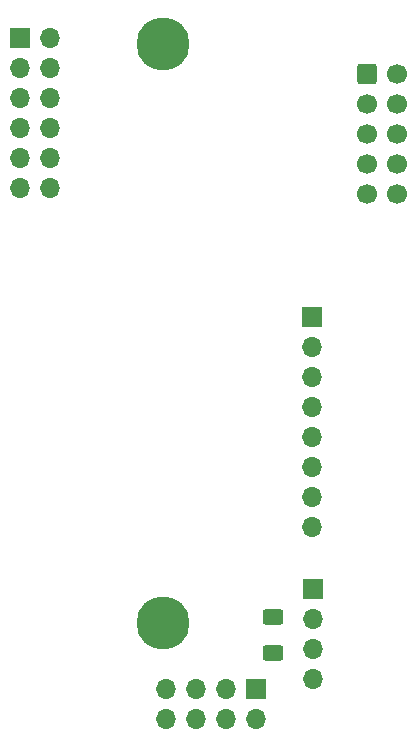
<source format=gbr>
%TF.GenerationSoftware,KiCad,Pcbnew,8.0.6*%
%TF.CreationDate,2025-02-12T12:21:41-05:00*%
%TF.ProjectId,prog,70726f67-2e6b-4696-9361-645f70636258,rev?*%
%TF.SameCoordinates,Original*%
%TF.FileFunction,Soldermask,Top*%
%TF.FilePolarity,Negative*%
%FSLAX46Y46*%
G04 Gerber Fmt 4.6, Leading zero omitted, Abs format (unit mm)*
G04 Created by KiCad (PCBNEW 8.0.6) date 2025-02-12 12:21:41*
%MOMM*%
%LPD*%
G01*
G04 APERTURE LIST*
G04 Aperture macros list*
%AMRoundRect*
0 Rectangle with rounded corners*
0 $1 Rounding radius*
0 $2 $3 $4 $5 $6 $7 $8 $9 X,Y pos of 4 corners*
0 Add a 4 corners polygon primitive as box body*
4,1,4,$2,$3,$4,$5,$6,$7,$8,$9,$2,$3,0*
0 Add four circle primitives for the rounded corners*
1,1,$1+$1,$2,$3*
1,1,$1+$1,$4,$5*
1,1,$1+$1,$6,$7*
1,1,$1+$1,$8,$9*
0 Add four rect primitives between the rounded corners*
20,1,$1+$1,$2,$3,$4,$5,0*
20,1,$1+$1,$4,$5,$6,$7,0*
20,1,$1+$1,$6,$7,$8,$9,0*
20,1,$1+$1,$8,$9,$2,$3,0*%
G04 Aperture macros list end*
%ADD10R,1.700000X1.700000*%
%ADD11O,1.700000X1.700000*%
%ADD12RoundRect,0.250000X-0.600000X-0.600000X0.600000X-0.600000X0.600000X0.600000X-0.600000X0.600000X0*%
%ADD13C,1.700000*%
%ADD14RoundRect,0.250000X-0.625000X0.400000X-0.625000X-0.400000X0.625000X-0.400000X0.625000X0.400000X0*%
%ADD15C,4.500000*%
G04 APERTURE END LIST*
D10*
%TO.C,J14*%
X124000000Y-98100000D03*
D11*
X124000000Y-100640000D03*
X121460000Y-98100000D03*
X121460000Y-100640000D03*
X118920000Y-98100000D03*
X118920000Y-100640000D03*
X116380000Y-98100000D03*
X116380000Y-100640000D03*
%TD*%
D10*
%TO.C,J1*%
X128750000Y-66570000D03*
D11*
X128750000Y-69110000D03*
X128750000Y-71650000D03*
X128750000Y-74190000D03*
X128750000Y-76730000D03*
X128750000Y-79270000D03*
X128750000Y-81810000D03*
X128750000Y-84350000D03*
%TD*%
D12*
%TO.C,J2*%
X133450000Y-45990000D03*
D13*
X135990000Y-45990000D03*
X133450000Y-48530000D03*
X135990000Y-48530000D03*
X133450000Y-51070000D03*
X135990000Y-51070000D03*
X133450000Y-53610000D03*
X135990000Y-53610000D03*
X133450000Y-56150000D03*
X135990000Y-56150000D03*
%TD*%
D10*
%TO.C,J11*%
X104050000Y-42975000D03*
D11*
X106590000Y-42975000D03*
X104050000Y-45515000D03*
X106590000Y-45515000D03*
X104050000Y-48055000D03*
X106590000Y-48055000D03*
X104050000Y-50595000D03*
X106590000Y-50595000D03*
X104050000Y-53135000D03*
X106590000Y-53135000D03*
X104050000Y-55675000D03*
X106590000Y-55675000D03*
%TD*%
D14*
%TO.C,R1*%
X125450000Y-91950000D03*
X125450000Y-95050000D03*
%TD*%
D15*
%TO.C,H5*%
X116200000Y-92480000D03*
%TD*%
D10*
%TO.C,J3*%
X128825000Y-89600000D03*
D11*
X128825000Y-92140000D03*
X128825000Y-94680000D03*
X128825000Y-97220000D03*
%TD*%
D15*
%TO.C,H1*%
X116200000Y-43480000D03*
%TD*%
M02*

</source>
